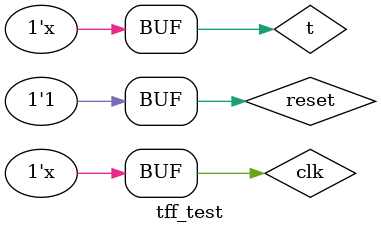
<source format=v>
`timescale 1ns / 1ps


module tff_test;

	// Inputs
	reg t;
	reg clk;
	reg reset;

	// Outputs
	wire q;

	// Instantiate the Unit Under Test (UUT)
	TFF uut (
		.t(t), 
		.clk(clk), 
		.reset(reset), 
		.q(q)
	);

	initial begin
		// Initialize Inputs
		t = 1;
		clk = 0;
		reset = 0;

		// Wait 100 ns for global reset to finish
		#100;
        
		// Add stimulus here

	end
	always #2 reset = 1;
   always #5 clk=~clk;
	always #10 t=~t;
endmodule


</source>
